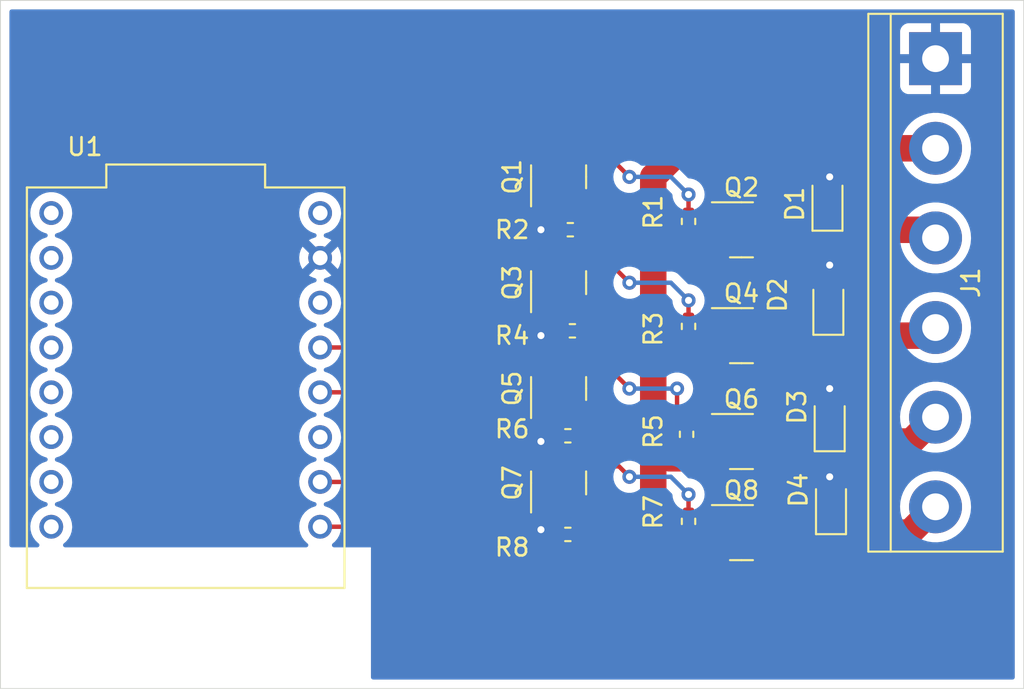
<source format=kicad_pcb>
(kicad_pcb (version 20211014) (generator pcbnew)
  (layers (0 "F.Cu" signal) (31 "B.Cu" signal) (34 "B.Paste" user) (35 "F.Paste" user) (36 "B.SilkS" user "B.Silkscreen") (37 "F.SilkS" user "F.Silkscreen") (38 "B.Mask" user) (39 "F.Mask" user) (44 "Edge.Cuts" user))
  (net 0 "")
  (net 1 "GND")
  (net 2 "+24V")
  (net 3 "M1")
  (net 4 "M2")
  (net 5 "M3")
  (net 6 "M4")
  (net 7 "TRIGGER_M1")
  (net 8 "Net-(Q3-Pad2)")
  (net 9 "TRIGGER_M2")
  (net 10 "Net-(Q7-Pad2)")
  (net 11 "TRIGGER_M3")
  (net 12 "Net-(Q7-Pad3)")
  (net 13 "TRIGGER_M4")
  (net 14 "Net-(Q5-Pad2)")
  (net 26 "Net-(Q5-Pad3)")
  (net 27 "Net-(Q3-Pad3)")
  (net 28 "Net-(Q1-Pad2)")
  (net 29 "Net-(Q1-Pad3)")
  (footprint "Resistor_SMD:R_0402_1005Metric" (layer "F.Cu") (at 76 49.525 -90)
    (fp_text reference "R7" (at -0.525 2 90) (layer "F.SilkS"))
    (fp_text value "1K")
    (fp_line (start -0.153641 0.38) (end 0.153641 0.38) (layer "F.SilkS") (width 0.12))
    (fp_line (start -0.153641 -0.38) (end 0.153641 -0.38) (layer "F.SilkS") (width 0.12))
    (pad "1" smd roundrect (at -0.51 0 270) (size 0.54 0.64) (layers "F.Cu" "F.Paste" "F.Mask") (net 12 "Net-(Q7-Pad3)"))
    (pad "2" smd roundrect (at 0.51 0 270) (size 0.54 0.64) (layers "F.Cu" "F.Paste" "F.Mask") (net 2 "+24V"))
  )
  (footprint "Diode_SMD:D_SOD-323" (layer "F.Cu") (at 83.875 31.55 90)
    (fp_text reference "D1" (at 0 -1.85 90) (layer "F.SilkS"))
    (fp_text value "BAS316")
    (fp_line (start -1.5 0.85) (end 1.05 0.85) (layer "F.SilkS") (width 0.12))
    (fp_line (start -1.5 -0.85) (end 1.05 -0.85) (layer "F.SilkS") (width 0.12))
    (fp_line (start -1.5 -0.85) (end -1.5 0.85) (layer "F.SilkS") (width 0.12))
    (pad "1" smd rect (at -1.05 0 90) (size 0.6 0.45) (layers "F.Cu" "F.Paste" "F.Mask") (net 3 "M1"))
    (pad "2" smd rect (at 1.05 0 90) (size 0.6 0.45) (layers "F.Cu" "F.Paste" "F.Mask") (net 1 "GND"))
  )
  (footprint "Resistor_SMD:R_0402_1005Metric" (layer "F.Cu") (at 75.89 44.591359 -90)
    (fp_text reference "R5" (at -0.153641 1.89 90) (layer "F.SilkS"))
    (fp_text value "1K")
    (fp_line (start -0.153641 0.38) (end 0.153641 0.38) (layer "F.SilkS") (width 0.12))
    (fp_line (start -0.153641 -0.38) (end 0.153641 -0.38) (layer "F.SilkS") (width 0.12))
    (pad "1" smd roundrect (at -0.51 0 270) (size 0.54 0.64) (layers "F.Cu" "F.Paste" "F.Mask") (net 26 "Net-(Q5-Pad3)"))
    (pad "2" smd roundrect (at 0.51 0 270) (size 0.54 0.64) (layers "F.Cu" "F.Paste" "F.Mask") (net 2 "+24V"))
  )
  (footprint "Diode_SMD:D_SOD-323" (layer "F.Cu") (at 84.075 48.75 90)
    (fp_text reference "D4" (at 1 -1.85 90) (layer "F.SilkS"))
    (fp_text value "BAS316")
    (fp_line (start -1.5 -0.85) (end -1.5 0.85) (layer "F.SilkS") (width 0.12))
    (fp_line (start -1.5 -0.85) (end 1.05 -0.85) (layer "F.SilkS") (width 0.12))
    (fp_line (start -1.5 0.85) (end 1.05 0.85) (layer "F.SilkS") (width 0.12))
    (pad "1" smd rect (at -1.05 0 90) (size 0.6 0.45) (layers "F.Cu" "F.Paste" "F.Mask") (net 6 "M4"))
    (pad "2" smd rect (at 1.05 0 90) (size 0.6 0.45) (layers "F.Cu" "F.Paste" "F.Mask") (net 1 "GND"))
  )
  (footprint "Resistor_SMD:R_0402_1005Metric" (layer "F.Cu") (at 69.417398 38.725109)
    (fp_text reference "R4" (at -3.417398 0.274891) (layer "F.SilkS"))
    (fp_text value "270")
    (fp_line (start -0.153641 -0.38) (end 0.153641 -0.38) (layer "F.SilkS") (width 0.12))
    (fp_line (start -0.153641 0.38) (end 0.153641 0.38) (layer "F.SilkS") (width 0.12))
    (pad "1" smd roundrect (at -0.51 0) (size 0.54 0.64) (layers "F.Cu" "F.Paste" "F.Mask") (net 1 "GND"))
    (pad "2" smd roundrect (at 0.51 0) (size 0.54 0.64) (layers "F.Cu" "F.Paste" "F.Mask") (net 8 "Net-(Q3-Pad2)"))
  )
  (footprint "Package_TO_SOT_SMD:SOT-23" (layer "F.Cu") (at 79 50.1625)
    (fp_text reference "Q8" (at 0 -2.4) (layer "F.SilkS"))
    (fp_text value "AO3401A")
    (fp_line (start 0 -1.56) (end -1.675 -1.56) (layer "F.SilkS") (width 0.12))
    (fp_line (start 0 1.56) (end 0.65 1.56) (layer "F.SilkS") (width 0.12))
    (fp_line (start 0 -1.56) (end 0.65 -1.56) (layer "F.SilkS") (width 0.12))
    (fp_line (start 0 1.56) (end -0.65 1.56) (layer "F.SilkS") (width 0.12))
    (pad "1" smd roundrect (at -0.9375 -0.95) (size 1.475 0.6) (layers "F.Cu" "F.Paste" "F.Mask") (net 12 "Net-(Q7-Pad3)"))
    (pad "2" smd roundrect (at -0.9375 0.95) (size 1.475 0.6) (layers "F.Cu" "F.Paste" "F.Mask") (net 2 "+24V"))
    (pad "3" smd roundrect (at 0.9375 0) (size 1.475 0.6) (layers "F.Cu" "F.Paste" "F.Mask") (net 6 "M4"))
  )
  (footprint "Package_TO_SOT_SMD:SOT-23" (layer "F.Cu") (at 79 39)
    (fp_text reference "Q4" (at 0 -2.4) (layer "F.SilkS"))
    (fp_text value "AO3401A")
    (fp_line (start 0 1.56) (end -0.65 1.56) (layer "F.SilkS") (width 0.12))
    (fp_line (start 0 -1.56) (end 0.65 -1.56) (layer "F.SilkS") (width 0.12))
    (fp_line (start 0 1.56) (end 0.65 1.56) (layer "F.SilkS") (width 0.12))
    (fp_line (start 0 -1.56) (end -1.675 -1.56) (layer "F.SilkS") (width 0.12))
    (pad "1" smd roundrect (at -0.9375 -0.95) (size 1.475 0.6) (layers "F.Cu" "F.Paste" "F.Mask") (net 27 "Net-(Q3-Pad3)"))
    (pad "2" smd roundrect (at -0.9375 0.95) (size 1.475 0.6) (layers "F.Cu" "F.Paste" "F.Mask") (net 2 "+24V"))
    (pad "3" smd roundrect (at 0.9375 0) (size 1.475 0.6) (layers "F.Cu" "F.Paste" "F.Mask") (net 4 "M2"))
  )
  (footprint "TerminalBlock:TerminalBlock_bornier-6_P5.08mm" (layer "F.Cu") (at 90 23.3 -90)
    (fp_text reference "J1" (at 12.7 -2 90) (layer "F.SilkS"))
    (fp_text value "Screw_Terminal_01x06")
    (fp_line (start -2.54 -3.81) (end 27.94 -3.81) (layer "F.SilkS") (width 0.12))
    (fp_line (start 27.94 3.81) (end 27.94 -3.81) (layer "F.SilkS") (width 0.12))
    (fp_line (start -2.54 2.54) (end 27.94 2.54) (layer "F.SilkS") (width 0.12))
    (fp_line (start -2.54 -3.81) (end -2.54 3.81) (layer "F.SilkS") (width 0.12))
    (fp_line (start -2.54 3.81) (end 27.94 3.81) (layer "F.SilkS") (width 0.12))
    (pad "1" thru_hole rect (at 0 0 270) (size 3 3) (drill 1.52) (layers *.Cu *.Mask) (net 1 "GND"))
    (pad "2" thru_hole circle (at 5.08 0 270) (size 3 3) (drill 1.52) (layers *.Cu *.Mask) (net 2 "+24V"))
    (pad "3" thru_hole circle (at 10.16 0 270) (size 3 3) (drill 1.52) (layers *.Cu *.Mask) (net 3 "M1"))
    (pad "4" thru_hole circle (at 15.24 0 270) (size 3 3) (drill 1.52) (layers *.Cu *.Mask) (net 4 "M2"))
    (pad "5" thru_hole circle (at 20.32 0 270) (size 3 3) (drill 1.52) (layers *.Cu *.Mask) (net 5 "M3"))
    (pad "6" thru_hole circle (at 25.4 0 270) (size 3 3) (drill 1.52) (layers *.Cu *.Mask) (net 6 "M4"))
  )
  (footprint "Package_TO_SOT_SMD:SOT-23" (layer "F.Cu") (at 79 45)
    (fp_text reference "Q6" (at 0 -2.4) (layer "F.SilkS"))
    (fp_text value "AO3401A")
    (fp_line (start 0 1.56) (end -0.65 1.56) (layer "F.SilkS") (width 0.12))
    (fp_line (start 0 -1.56) (end -1.675 -1.56) (layer "F.SilkS") (width 0.12))
    (fp_line (start 0 -1.56) (end 0.65 -1.56) (layer "F.SilkS") (width 0.12))
    (fp_line (start 0 1.56) (end 0.65 1.56) (layer "F.SilkS") (width 0.12))
    (pad "1" smd roundrect (at -0.9375 -0.95) (size 1.475 0.6) (layers "F.Cu" "F.Paste" "F.Mask") (net 26 "Net-(Q5-Pad3)"))
    (pad "2" smd roundrect (at -0.9375 0.95) (size 1.475 0.6) (layers "F.Cu" "F.Paste" "F.Mask") (net 2 "+24V"))
    (pad "3" smd roundrect (at 0.9375 0) (size 1.475 0.6) (layers "F.Cu" "F.Paste" "F.Mask") (net 5 "M3"))
  )
  (footprint "Resistor_SMD:R_0402_1005Metric" (layer "F.Cu") (at 69.300116 32.995109)
    (fp_text reference "R2" (at -3.300116 0.004891) (layer "F.SilkS"))
    (fp_text value "270")
    (fp_line (start -0.153641 -0.38) (end 0.153641 -0.38) (layer "F.SilkS") (width 0.12))
    (fp_line (start -0.153641 0.38) (end 0.153641 0.38) (layer "F.SilkS") (width 0.12))
    (pad "1" smd roundrect (at -0.51 0) (size 0.54 0.64) (layers "F.Cu" "F.Paste" "F.Mask") (net 1 "GND"))
    (pad "2" smd roundrect (at 0.51 0) (size 0.54 0.64) (layers "F.Cu" "F.Paste" "F.Mask") (net 28 "Net-(Q1-Pad2)"))
  )
  (footprint "Package_TO_SOT_SMD:SOT-23" (layer "F.Cu") (at 68.635116 35.995109 90)
    (fp_text reference "Q3" (at -0.004891 -2.635116 90) (layer "F.SilkS"))
    (fp_text value "BC817")
    (fp_line (start 0 -1.56) (end -1.675 -1.56) (layer "F.SilkS") (width 0.12))
    (fp_line (start 0 1.56) (end -0.65 1.56) (layer "F.SilkS") (width 0.12))
    (fp_line (start 0 1.56) (end 0.65 1.56) (layer "F.SilkS") (width 0.12))
    (fp_line (start 0 -1.56) (end 0.65 -1.56) (layer "F.SilkS") (width 0.12))
    (pad "1" smd roundrect (at -0.9375 -0.95 90) (size 1.475 0.6) (layers "F.Cu" "F.Paste" "F.Mask") (net 9 "TRIGGER_M2"))
    (pad "2" smd roundrect (at -0.9375 0.95 90) (size 1.475 0.6) (layers "F.Cu" "F.Paste" "F.Mask") (net 8 "Net-(Q3-Pad2)"))
    (pad "3" smd roundrect (at 0.9375 0 90) (size 1.475 0.6) (layers "F.Cu" "F.Paste" "F.Mask") (net 27 "Net-(Q3-Pad3)"))
  )
  (footprint "Resistor_SMD:R_0402_1005Metric" (layer "F.Cu") (at 69.160116 44.675109)
    (fp_text reference "R6" (at -3.160116 -0.38) (layer "F.SilkS"))
    (fp_text value "270")
    (fp_line (start -0.153641 -0.38) (end 0.153641 -0.38) (layer "F.SilkS") (width 0.12))
    (fp_line (start -0.153641 0.38) (end 0.153641 0.38) (layer "F.SilkS") (width 0.12))
    (pad "1" smd roundrect (at -0.51 0) (size 0.54 0.64) (layers "F.Cu" "F.Paste" "F.Mask") (net 1 "GND"))
    (pad "2" smd roundrect (at 0.51 0) (size 0.54 0.64) (layers "F.Cu" "F.Paste" "F.Mask") (net 14 "Net-(Q5-Pad2)"))
  )
  (footprint "Package_TO_SOT_SMD:SOT-23" (layer "F.Cu") (at 68.635116 47.345109 90)
    (fp_text reference "Q7" (at 0 -2.635116 90) (layer "F.SilkS"))
    (fp_text value "BC817")
    (fp_line (start 0 1.56) (end 0.65 1.56) (layer "F.SilkS") (width 0.12))
    (fp_line (start 0 1.56) (end -0.65 1.56) (layer "F.SilkS") (width 0.12))
    (fp_line (start 0 -1.56) (end 0.65 -1.56) (layer "F.SilkS") (width 0.12))
    (fp_line (start 0 -1.56) (end -1.675 -1.56) (layer "F.SilkS") (width 0.12))
    (pad "1" smd roundrect (at -0.9375 -0.95 90) (size 1.475 0.6) (layers "F.Cu" "F.Paste" "F.Mask") (net 13 "TRIGGER_M4"))
    (pad "2" smd roundrect (at -0.9375 0.95 90) (size 1.475 0.6) (layers "F.Cu" "F.Paste" "F.Mask") (net 10 "Net-(Q7-Pad2)"))
    (pad "3" smd roundrect (at 0.9375 0 90) (size 1.475 0.6) (layers "F.Cu" "F.Paste" "F.Mask") (net 12 "Net-(Q7-Pad3)"))
  )
  (footprint "ESP32-C3_SUPERMINI_TH:MODULE_ESP32-C3_SUPERMINI_TH" (layer "F.Cu") (at 47.5 41.95)
    (fp_text reference "U1" (at -5.715 -13.6525) (layer "F.SilkS"))
    (fp_text value "ESP32-C3_SUPERMINI_TH")
    (fp_line (start -4.5 -11.35) (end -9 -11.35) (layer "F.SilkS") (width 0.127))
    (fp_line (start 9 11.35) (end 9 -11.35) (layer "F.SilkS") (width 0.127))
    (fp_line (start 9 11.35) (end -9 11.35) (layer "F.SilkS") (width 0.127))
    (fp_line (start 4.5 -12.65) (end -4.5 -12.65) (layer "F.SilkS") (width 0.127))
    (fp_line (start 4.5 -12.65) (end 4.5 -11.35) (layer "F.SilkS") (width 0.127))
    (fp_line (start 9 -11.35) (end 4.5 -11.35) (layer "F.SilkS") (width 0.127))
    (fp_line (start -4.5 -12.65) (end -4.5 -11.35) (layer "F.SilkS") (width 0.127))
    (fp_line (start -9 11.35) (end -9 -11.35) (layer "F.SilkS") (width 0.127))
    (pad "0" thru_hole circle locked (at 7.62 7.88) (size 1.348 1.348) (drill 0.84) (layers *.Cu *.Mask) (net 13 "TRIGGER_M4"))
    (pad "1" thru_hole circle locked (at 7.62 5.34) (size 1.348 1.348) (drill 0.84) (layers *.Cu *.Mask) (net 11 "TRIGGER_M3"))
    (pad "2" thru_hole circle locked (at 7.62 2.8) (size 1.348 1.348) (drill 0.84) (layers *.Cu *.Mask))
    (pad "3" thru_hole circle locked (at 7.62 0.26) (size 1.348 1.348) (drill 0.84) (layers *.Cu *.Mask) (net 9 "TRIGGER_M2"))
    (pad "3.3" thru_hole circle locked (at 7.62 -4.82) (size 1.348 1.348) (drill 0.84) (layers *.Cu *.Mask))
    (pad "4" thru_hole circle locked (at 7.62 -2.28) (size 1.348 1.348) (drill 0.84) (layers *.Cu *.Mask) (net 7 "TRIGGER_M1"))
    (pad "5" thru_hole circle locked (at -7.62 -9.9) (size 1.348 1.348) (drill 0.84) (layers *.Cu *.Mask))
    (pad "5V" thru_hole circle locked (at 7.62 -9.9) (size 1.348 1.348) (drill 0.84) (layers *.Cu *.Mask))
    (pad "6" thru_hole circle locked (at -7.62 -7.36) (size 1.348 1.348) (drill 0.84) (layers *.Cu *.Mask))
    (pad "7" thru_hole circle locked (at -7.62 -4.82) (size 1.348 1.348) (drill 0.84) (layers *.Cu *.Mask))
    (pad "8" thru_hole circle locked (at -7.62 -2.28) (size 1.348 1.348) (drill 0.84) (layers *.Cu *.Mask))
    (pad "9" thru_hole circle locked (at -7.62 0.26) (size 1.348 1.348) (drill 0.84) (layers *.Cu *.Mask))
    (pad "10" thru_hole circle locked (at -7.62 2.8) (size 1.348 1.348) (drill 0.84) (layers *.Cu *.Mask))
    (pad "20" thru_hole circle locked (at -7.62 5.34) (size 1.348 1.348) (drill 0.84) (layers *.Cu *.Mask))
    (pad "21" thru_hole circle locked (at -7.62 7.88) (size 1.348 1.348) (drill 0.84) (layers *.Cu *.Mask))
    (pad "G" thru_hole circle locked (at 7.62 -7.36) (size 1.348 1.348) (drill 0.84) (layers *.Cu *.Mask) (net 1 "GND"))
  )
  (footprint "Package_TO_SOT_SMD:SOT-23" (layer "F.Cu") (at 68.635116 29.995109 90)
    (fp_text reference "Q1" (at 0 -2.635116 90) (layer "F.SilkS"))
    (fp_text value "BC817")
    (fp_line (start 0 -1.56) (end -1.675 -1.56) (layer "F.SilkS") (width 0.12))
    (fp_line (start 0 1.56) (end -0.65 1.56) (layer "F.SilkS") (width 0.12))
    (fp_line (start 0 1.56) (end 0.65 1.56) (layer "F.SilkS") (width 0.12))
    (fp_line (start 0 -1.56) (end 0.65 -1.56) (layer "F.SilkS") (width 0.12))
    (pad "1" smd roundrect (at -0.9375 -0.95 90) (size 1.475 0.6) (layers "F.Cu" "F.Paste" "F.Mask") (net 7 "TRIGGER_M1"))
    (pad "2" smd roundrect (at -0.9375 0.95 90) (size 1.475 0.6) (layers "F.Cu" "F.Paste" "F.Mask") (net 28 "Net-(Q1-Pad2)"))
    (pad "3" smd roundrect (at 0.9375 0 90) (size 1.475 0.6) (layers "F.Cu" "F.Paste" "F.Mask") (net 29 "Net-(Q1-Pad3)"))
  )
  (footprint "Resistor_SMD:R_0402_1005Metric" (layer "F.Cu") (at 69.160116 50.265109)
    (fp_text reference "R8" (at -3.160116 0.734891) (layer "F.SilkS"))
    (fp_text value "270")
    (fp_line (start -0.153641 -0.38) (end 0.153641 -0.38) (layer "F.SilkS") (width 0.12))
    (fp_line (start -0.153641 0.38) (end 0.153641 0.38) (layer "F.SilkS") (width 0.12))
    (pad "1" smd roundrect (at -0.51 0) (size 0.54 0.64) (layers "F.Cu" "F.Paste" "F.Mask") (net 1 "GND"))
    (pad "2" smd roundrect (at 0.51 0) (size 0.54 0.64) (layers "F.Cu" "F.Paste" "F.Mask") (net 10 "Net-(Q7-Pad2)"))
  )
  (footprint "Package_TO_SOT_SMD:SOT-23" (layer "F.Cu") (at 79 33)
    (fp_text reference "Q2" (at 0 -2.4) (layer "F.SilkS"))
    (fp_text value "AO3401A")
    (fp_line (start 0 1.56) (end -0.65 1.56) (layer "F.SilkS") (width 0.12))
    (fp_line (start 0 1.56) (end 0.65 1.56) (layer "F.SilkS") (width 0.12))
    (fp_line (start 0 -1.56) (end -1.675 -1.56) (layer "F.SilkS") (width 0.12))
    (fp_line (start 0 -1.56) (end 0.65 -1.56) (layer "F.SilkS") (width 0.12))
    (pad "1" smd roundrect (at -0.9375 -0.95) (size 1.475 0.6) (layers "F.Cu" "F.Paste" "F.Mask") (net 29 "Net-(Q1-Pad3)"))
    (pad "2" smd roundrect (at -0.9375 0.95) (size 1.475 0.6) (layers "F.Cu" "F.Paste" "F.Mask") (net 2 "+24V"))
    (pad "3" smd roundrect (at 0.9375 0) (size 1.475 0.6) (layers "F.Cu" "F.Paste" "F.Mask") (net 3 "M1"))
  )
  (footprint "Package_TO_SOT_SMD:SOT-23" (layer "F.Cu") (at 68.635116 41.995109 90)
    (fp_text reference "Q5" (at 0 -2.635116 90) (layer "F.SilkS"))
    (fp_text value "BC817")
    (fp_line (start 0 1.56) (end 0.65 1.56) (layer "F.SilkS") (width 0.12))
    (fp_line (start 0 1.56) (end -0.65 1.56) (layer "F.SilkS") (width 0.12))
    (fp_line (start 0 -1.56) (end 0.65 -1.56) (layer "F.SilkS") (width 0.12))
    (fp_line (start 0 -1.56) (end -1.675 -1.56) (layer "F.SilkS") (width 0.12))
    (pad "1" smd roundrect (at -0.9375 -0.95 90) (size 1.475 0.6) (layers "F.Cu" "F.Paste" "F.Mask") (net 11 "TRIGGER_M3"))
    (pad "2" smd roundrect (at -0.9375 0.95 90) (size 1.475 0.6) (layers "F.Cu" "F.Paste" "F.Mask") (net 14 "Net-(Q5-Pad2)"))
    (pad "3" smd roundrect (at 0.9375 0 90) (size 1.475 0.6) (layers "F.Cu" "F.Paste" "F.Mask") (net 26 "Net-(Q5-Pad3)"))
  )
  (footprint "Resistor_SMD:R_0402_1005Metric" (layer "F.Cu") (at 76 38.475 -90)
    (fp_text reference "R3" (at 0.153641 2 90) (layer "F.SilkS"))
    (fp_text value "1K")
    (fp_line (start -0.153641 -0.38) (end 0.153641 -0.38) (layer "F.SilkS") (width 0.12))
    (fp_line (start -0.153641 0.38) (end 0.153641 0.38) (layer "F.SilkS") (width 0.12))
    (pad "1" smd roundrect (at -0.51 0 270) (size 0.54 0.64) (layers "F.Cu" "F.Paste" "F.Mask") (net 27 "Net-(Q3-Pad3)"))
    (pad "2" smd roundrect (at 0.51 0 270) (size 0.54 0.64) (layers "F.Cu" "F.Paste" "F.Mask") (net 2 "+24V"))
  )
  (footprint "Diode_SMD:D_SOD-323" (layer "F.Cu") (at 83.925 37.45 90)
    (fp_text reference "D2" (at 0.75 -2.875 90) (layer "F.SilkS"))
    (fp_text value "BAS316")
    (fp_line (start -1.5 -0.85) (end -1.5 0.85) (layer "F.SilkS") (width 0.12))
    (fp_line (start -1.5 0.85) (end 1.05 0.85) (layer "F.SilkS") (width 0.12))
    (fp_line (start -1.5 -0.85) (end 1.05 -0.85) (layer "F.SilkS") (width 0.12))
    (pad "1" smd rect (at -1.05 0 90) (size 0.6 0.45) (layers "F.Cu" "F.Paste" "F.Mask") (net 4 "M2"))
    (pad "2" smd rect (at 1.05 0 90) (size 0.6 0.45) (layers "F.Cu" "F.Paste" "F.Mask") (net 1 "GND"))
  )
  (footprint "Resistor_SMD:R_0402_1005Metric" (layer "F.Cu") (at 76 32.525 -90)
    (fp_text reference "R1" (at -0.525 2 90) (layer "F.SilkS"))
    (fp_text value "1K")
    (fp_line (start -0.153641 0.38) (end 0.153641 0.38) (layer "F.SilkS") (width 0.12))
    (fp_line (start -0.153641 -0.38) (end 0.153641 -0.38) (layer "F.SilkS") (width 0.12))
    (pad "1" smd roundrect (at -0.51 0 270) (size 0.54 0.64) (layers "F.Cu" "F.Paste" "F.Mask") (net 29 "Net-(Q1-Pad3)"))
    (pad "2" smd roundrect (at 0.51 0 270) (size 0.54 0.64) (layers "F.Cu" "F.Paste" "F.Mask") (net 2 "+24V"))
  )
  (footprint "Diode_SMD:D_SOD-323" (layer "F.Cu") (at 84 44.05 90)
    (fp_text reference "D3" (at 1 -1.85 90) (layer "F.SilkS"))
    (fp_text value "BAS316")
    (fp_line (start -1.5 -0.85) (end -1.5 0.85) (layer "F.SilkS") (width 0.12))
    (fp_line (start -1.5 -0.85) (end 1.05 -0.85) (layer "F.SilkS") (width 0.12))
    (fp_line (start -1.5 0.85) (end 1.05 0.85) (layer "F.SilkS") (width 0.12))
    (pad "1" smd rect (at -1.05 0 90) (size 0.6 0.45) (layers "F.Cu" "F.Paste" "F.Mask") (net 5 "M3"))
    (pad "2" smd rect (at 1.05 0 90) (size 0.6 0.45) (layers "F.Cu" "F.Paste" "F.Mask") (net 1 "GND"))
  )
  (gr_poly (pts (xy 95 59) (xy 37 59) (xy 37 20) (xy 95 20)) (layer "Edge.Cuts") (width 0.05) (fill none))
  (segment (start 83.925 36.4) (end 83.925 35.075) (width 0.25) (layer "F.Cu") (net 1))
  (segment (start 68.650116 44.675109) (end 67.955116 44.675109) (width 0.25) (layer "F.Cu") (net 1))
  (segment (start 83.925 35.075) (end 84 35) (width 0.25) (layer "F.Cu") (net 1))
  (segment (start 83.875 30.125) (end 84 30) (width 0.25) (layer "F.Cu") (net 1))
  (segment (start 68.650116 50.265109) (end 67.905116 50.265109) (width 0.25) (layer "F.Cu") (net 1))
  (segment (start 67.955116 44.675109) (end 67.635116 44.995109) (width 0.25) (layer "F.Cu") (net 1))
  (segment (start 68.907398 38.725109) (end 67.905116 38.725109) (width 0.25) (layer "F.Cu") (net 1))
  (segment (start 84.075 47.075) (end 84 47) (width 0.25) (layer "F.Cu") (net 1))
  (segment (start 67.905116 50.265109) (end 67.635116 49.995109) (width 0.25) (layer "F.Cu") (net 1))
  (segment (start 84.075 47.7) (end 84.075 47.075) (width 0.25) (layer "F.Cu") (net 1))
  (segment (start 84 43) (end 84 42) (width 0.25) (layer "F.Cu") (net 1))
  (segment (start 83.875 30.5) (end 83.875 30.125) (width 0.25) (layer "F.Cu") (net 1))
  (segment (start 68.790116 32.995109) (end 67.635116 32.995109) (width 0.25) (layer "F.Cu") (net 1))
  (segment (start 67.905116 38.725109) (end 67.635116 38.995109) (width 0.25) (layer "F.Cu") (net 1))
  (via (at 67.635116 38.995109) (size 0.8) (drill 0.4) (layers "F.Cu" "B.Cu") (net 1))
  (via (at 84 30) (size 0.8) (drill 0.4) (layers "F.Cu" "B.Cu") (net 1))
  (via (at 67.635116 44.995109) (size 0.8) (drill 0.4) (layers "F.Cu" "B.Cu") (net 1))
  (via (at 84 35) (size 0.8) (drill 0.4) (layers "F.Cu" "B.Cu") (net 1))
  (via (at 84 47) (size 0.8) (drill 0.4) (layers "F.Cu" "B.Cu") (net 1))
  (via (at 67.635116 32.995109) (size 0.8) (drill 0.4) (layers "F.Cu" "B.Cu") (net 1))
  (via (at 84 42) (size 0.8) (drill 0.4) (layers "F.Cu" "B.Cu") (net 1))
  (via (at 67.635116 49.995109) (size 0.8) (drill 0.4) (layers "F.Cu" "B.Cu") (net 1))
  (segment (start 74.95 45.95) (end 78.0625 45.95) (width 1.5) (layer "F.Cu") (net 2))
  (segment (start 90 28.38) (end 75.62 28.38) (width 1.5) (layer "F.Cu") (net 2))
  (segment (start 76.1125 51.1125) (end 78.0625 51.1125) (width 1.5) (layer "F.Cu") (net 2))
  (segment (start 74 39) (end 74 45) (width 1.5) (layer "F.Cu") (net 2))
  (segment (start 74 45) (end 74 49) (width 1.5) (layer "F.Cu") (net 2))
  (segment (start 74 33) (end 74 39) (width 1.5) (layer "F.Cu") (net 2))
  (segment (start 74.95 39.95) (end 78.0625 39.95) (width 1.5) (layer "F.Cu") (net 2))
  (segment (start 75.62 28.38) (end 74 30) (width 1.5) (layer "F.Cu") (net 2))
  (segment (start 74 49) (end 76.1125 51.1125) (width 1.5) (layer "F.Cu") (net 2))
  (segment (start 74.95 33.95) (end 78.0625 33.95) (width 1.5) (layer "F.Cu") (net 2))
  (segment (start 74 39) (end 74.95 39.95) (width 1.5) (layer "F.Cu") (net 2))
  (segment (start 74 33) (end 74.95 33.95) (width 1.5) (layer "F.Cu") (net 2))
  (segment (start 74 45) (end 74.95 45.95) (width 1.5) (layer "F.Cu") (net 2))
  (segment (start 74 30) (end 74 33) (width 1.5) (layer "F.Cu") (net 2))
  (segment (start 79.9375 33) (end 89.54 33) (width 1.5) (layer "F.Cu") (net 3))
  (segment (start 89.54 33) (end 90 33.46) (width 1.5) (layer "F.Cu") (net 3))
  (segment (start 89.54 39) (end 90 38.54) (width 1.5) (layer "F.Cu") (net 4))
  (segment (start 79.9375 39) (end 89.54 39) (width 1.5) (layer "F.Cu") (net 4))
  (segment (start 79.9375 45) (end 88.62 45) (width 1.5) (layer "F.Cu") (net 5))
  (segment (start 88.62 45) (end 90 43.62) (width 1.5) (layer "F.Cu") (net 5))
  (segment (start 79.9375 50.1625) (end 88.5375 50.1625) (width 1.5) (layer "F.Cu") (net 6))
  (segment (start 88.5375 50.1625) (end 90 48.7) (width 1.5) (layer "F.Cu") (net 6))
  (segment (start 55.12 39.67) (end 58.947725 39.67) (width 0.25) (layer "F.Cu") (net 7))
  (segment (start 58.947725 39.67) (end 67.685116 30.932609) (width 0.25) (layer "F.Cu") (net 7))
  (segment (start 55.12 42.21) (end 62.407725 42.21) (width 0.25) (layer "F.Cu") (net 9))
  (segment (start 62.407725 42.21) (end 67.685116 36.932609) (width 0.25) (layer "F.Cu") (net 9))
  (segment (start 63.327725 47.29) (end 67.685116 42.932609) (width 0.25) (layer "F.Cu") (net 11))
  (segment (start 55.12 47.29) (end 63.327725 47.29) (width 0.25) (layer "F.Cu") (net 11))
  (segment (start 68.635116 46.407609) (end 72.058109 46.407609) (width 0.25) (layer "F.Cu") (net 12))
  (segment (start 77.865 49.015) (end 78.0625 49.2125) (width 0.25) (layer "F.Cu") (net 12))
  (segment (start 76 48) (end 76 49.015) (width 0.25) (layer "F.Cu") (net 12))
  (segment (start 72.058109 46.407609) (end 72.6505 47) (width 0.25) (layer "F.Cu") (net 12))
  (segment (start 76 49.015) (end 77.865 49.015) (width 0.25) (layer "F.Cu") (net 12))
  (via (at 76 48) (size 0.8) (drill 0.4) (layers "F.Cu" "B.Cu") (net 12))
  (via (at 72.6505 47) (size 0.8) (drill 0.4) (layers "F.Cu" "B.Cu") (net 12))
  (segment (start 72.6505 47) (end 75 47) (width 0.25) (layer "B.Cu") (net 12))
  (segment (start 75 47) (end 76 48) (width 0.25) (layer "B.Cu") (net 12))
  (segment (start 66.137725 49.83) (end 67.685116 48.282609) (width 0.25) (layer "F.Cu") (net 13))
  (segment (start 55.12 49.83) (end 66.137725 49.83) (width 0.25) (layer "F.Cu") (net 13))
  (segment (start 75.3495 42) (end 75.3495 43.540859) (width 0.25) (layer "F.Cu") (net 26))
  (segment (start 71.708109 41.057609) (end 72.6505 42) (width 0.25) (layer "F.Cu") (net 26))
  (segment (start 75.3495 43.540859) (end 75.89 44.081359) (width 0.25) (layer "F.Cu") (net 26))
  (segment (start 68.635116 41.057609) (end 71.708109 41.057609) (width 0.25) (layer "F.Cu") (net 26))
  (segment (start 75.89 44.081359) (end 78.031141 44.081359) (width 0.25) (layer "F.Cu") (net 26))
  (segment (start 78.031141 44.081359) (end 78.0625 44.05) (width 0.25) (layer "F.Cu") (net 26))
  (via (at 72.6505 42) (size 0.8) (drill 0.4) (layers "F.Cu" "B.Cu") (net 26))
  (via (at 75.3495 42) (size 0.8) (drill 0.4) (layers "F.Cu" "B.Cu") (net 26))
  (segment (start 72.6505 42) (end 75.3495 42) (width 0.25) (layer "B.Cu") (net 26))
  (segment (start 76 37) (end 76 37.965) (width 0.25) (layer "F.Cu") (net 27))
  (segment (start 71.708109 35.057609) (end 72.6505 36) (width 0.25) (layer "F.Cu") (net 27))
  (segment (start 76 37.965) (end 77.9775 37.965) (width 0.25) (layer "F.Cu") (net 27))
  (segment (start 68.635116 35.057609) (end 71.708109 35.057609) (width 0.25) (layer "F.Cu") (net 27))
  (segment (start 77.9775 37.965) (end 78.0625 38.05) (width 0.25) (layer "F.Cu") (net 27))
  (via (at 76 37) (size 0.8) (drill 0.4) (layers "F.Cu" "B.Cu") (net 27))
  (via (at 72.6505 36) (size 0.8) (drill 0.4) (layers "F.Cu" "B.Cu") (net 27))
  (segment (start 72.6505 36) (end 75 36) (width 0.25) (layer "B.Cu") (net 27))
  (segment (start 75 36) (end 76 37) (width 0.25) (layer "B.Cu") (net 27))
  (segment (start 78.0275 32.015) (end 78.0625 32.05) (width 0.25) (layer "F.Cu") (net 29))
  (segment (start 76 32.015) (end 78.0275 32.015) (width 0.25) (layer "F.Cu") (net 29))
  (segment (start 71.708109 29.057609) (end 72.6505 30) (width 0.25) (layer "F.Cu") (net 29))
  (segment (start 68.635116 29.057609) (end 71.708109 29.057609) (width 0.25) (layer "F.Cu") (net 29))
  (segment (start 76 31) (end 76 32.015) (width 0.25) (layer "F.Cu") (net 29))
  (via (at 76 31) (size 0.8) (drill 0.4) (layers "F.Cu" "B.Cu") (net 29))
  (via (at 72.6505 30) (size 0.8) (drill 0.4) (layers "F.Cu" "B.Cu") (net 29))
  (segment (start 75 30) (end 76 31) (width 0.25) (layer "B.Cu") (net 29))
  (segment (start 72.6505 30) (end 75 30) (width 0.25) (layer "B.Cu") (net 29))
  (zone (net 1) (net_name "GND") (layer "B.Cu") (connect_pads (clearance 0.508)) (min_thickness 0.254) (fill yes (thermal_gap 0.508) (thermal_bridge_width 0.508))
    (polygon (pts (xy 95 59) (xy 58 59) (xy 58 51) (xy 37 51) (xy 37 20) (xy 95 20)))
  )
)
</source>
